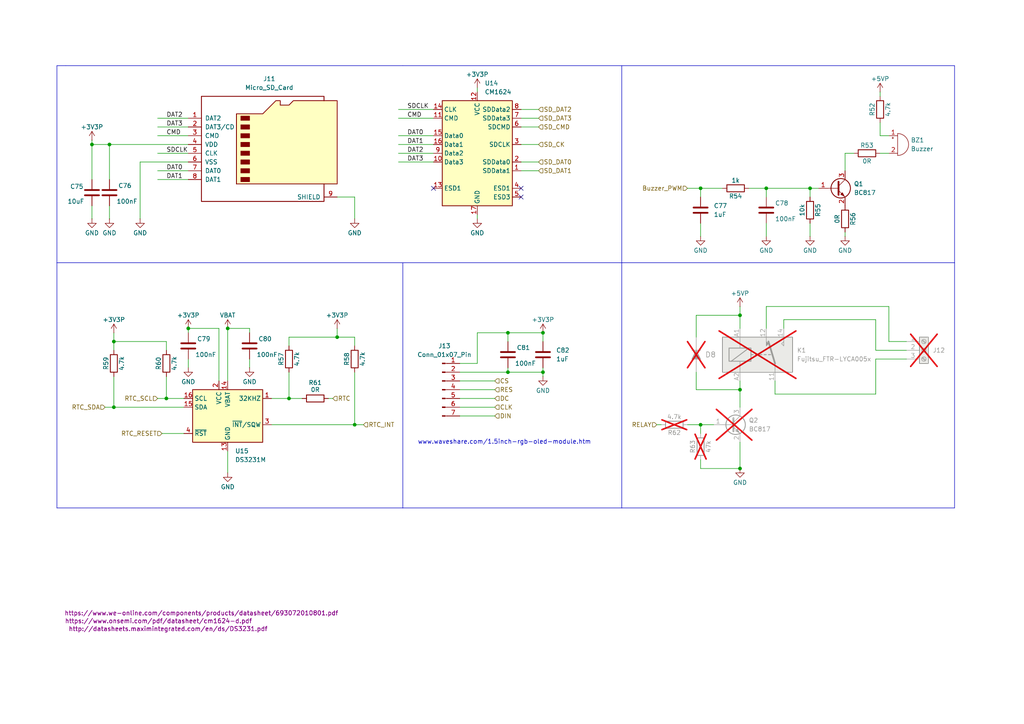
<source format=kicad_sch>
(kicad_sch (version 20250114) (generator "eeschema") (generator_version "9.0")
  (paper "A4")
  (title_block (title "OpenAirScope") (date "2025-09-08") (rev "v0-Draft") (company "E.Mert ÇAKIR"))
  (lib_symbols
    (symbol "Connector:Conn_01x07_Pin" (pin_names (offset 1.016) (hide yes))
      (property "Reference" "J" (at 0 10.16 0))
      (property "Value" "Conn_01x07_Pin" (at 0 -10.16 0))
      (symbol "Conn_01x07_Pin_1_1"
        (rectangle (start 0.8636 7.747) (end 0 7.493) (stroke (width 0.1524)) (fill (type outline)))
        (rectangle (start 0.8636 5.207) (end 0 4.953) (stroke (width 0.1524)) (fill (type outline)))
        (rectangle (start 0.8636 2.667) (end 0 2.413) (stroke (width 0.1524)) (fill (type outline)))
        (rectangle (start 0.8636 0.127) (end 0 -0.127) (stroke (width 0.1524)) (fill (type outline)))
        (rectangle (start 0.8636 -2.413) (end 0 -2.667) (stroke (width 0.1524)) (fill (type outline)))
        (rectangle (start 0.8636 -4.953) (end 0 -5.207) (stroke (width 0.1524)) (fill (type outline)))
        (rectangle (start 0.8636 -7.493) (end 0 -7.747) (stroke (width 0.1524)) (fill (type outline)))
        (polyline (pts (xy 1.27 7.62) (xy 0.8636 7.62)) (stroke (width 0.1524)))
        (polyline (pts (xy 1.27 5.08) (xy 0.8636 5.08)) (stroke (width 0.1524)))
        (polyline (pts (xy 1.27 2.54) (xy 0.8636 2.54)) (stroke (width 0.1524)))
        (polyline (pts (xy 1.27 0) (xy 0.8636 0)) (stroke (width 0.1524)))
        (polyline (pts (xy 1.27 -2.54) (xy 0.8636 -2.54)) (stroke (width 0.1524)))
        (polyline (pts (xy 1.27 -5.08) (xy 0.8636 -5.08)) (stroke (width 0.1524)))
        (polyline (pts (xy 1.27 -7.62) (xy 0.8636 -7.62)) (stroke (width 0.1524)))
        (pin passive line (at 5.08 7.62 180) (length 3.81) (name "Pin_1") (number "1"))
        (pin passive line (at 5.08 5.08 180) (length 3.81) (name "Pin_2") (number "2"))
        (pin passive line (at 5.08 2.54 180) (length 3.81) (name "Pin_3") (number "3"))
        (pin passive line (at 5.08 0 180) (length 3.81) (name "Pin_4") (number "4"))
        (pin passive line (at 5.08 -2.54 180) (length 3.81) (name "Pin_5") (number "5"))
        (pin passive line (at 5.08 -5.08 180) (length 3.81) (name "Pin_6") (number "6"))
        (pin passive line (at 5.08 -7.62 180) (length 3.81) (name "Pin_7") (number "7"))
      )
    )
    (symbol "Connector:Micro_SD_Card" (pin_names (offset 1.016))
      (property "Reference" "J" (at -16.51 15.24 0))
      (property "Value" "Micro_SD_Card" (at 16.51 15.24 0))
      (symbol "Micro_SD_Card_0_1"
        (polyline (pts (xy -8.89 -11.43) (xy -8.89 8.89) (xy -1.27 8.89) (xy 2.54 12.7) (xy 3.81 12.7) (xy 3.81 11.43) (xy 6.35 11.43) (xy 7.62 12.7) (xy 20.32 12.7) (xy 20.32 -11.43) (xy -8.89 -11.43)) (stroke (width 0.254)) (fill (type background)))
        (rectangle (start -7.62 8.255) (end -5.08 6.985) (fill (type outline)))
        (rectangle (start -7.62 5.715) (end -5.08 4.445) (fill (type outline)))
        (rectangle (start -7.62 3.175) (end -5.08 1.905) (fill (type outline)))
        (rectangle (start -7.62 0.635) (end -5.08 -0.635) (fill (type outline)))
        (rectangle (start -7.62 -1.905) (end -5.08 -3.175) (fill (type outline)))
        (rectangle (start -7.62 -4.445) (end -5.08 -5.715) (fill (type outline)))
        (rectangle (start -7.62 -6.985) (end -5.08 -8.255) (fill (type outline)))
        (rectangle (start -7.62 -9.525) (end -5.08 -10.795) (fill (type outline)))
        (polyline (pts (xy 16.51 12.7) (xy 16.51 13.97) (xy -19.05 13.97) (xy -19.05 -16.51) (xy 16.51 -16.51) (xy 16.51 -11.43)) (stroke (width 0.254)))
      )
      (symbol "Micro_SD_Card_1_1"
        (pin bidirectional line (at -22.86 7.62 0) (length 3.81) (name "DAT2") (number "1"))
        (pin bidirectional line (at -22.86 5.08 0) (length 3.81) (name "DAT3/CD") (number "2"))
        (pin input line (at -22.86 2.54 0) (length 3.81) (name "CMD") (number "3"))
        (pin power_in line (at -22.86 0 0) (length 3.81) (name "VDD") (number "4"))
        (pin input line (at -22.86 -2.54 0) (length 3.81) (name "CLK") (number "5"))
        (pin power_in line (at -22.86 -5.08 0) (length 3.81) (name "VSS") (number "6"))
        (pin bidirectional line (at -22.86 -7.62 0) (length 3.81) (name "DAT0") (number "7"))
        (pin bidirectional line (at -22.86 -10.16 0) (length 3.81) (name "DAT1") (number "8"))
        (pin passive line (at 20.32 -15.24 180) (length 3.81) (name "SHIELD") (number "9"))
      )
    )
    (symbol "Connector:Screw_Terminal_01x03" (pin_names (offset 1.016) (hide yes))
      (property "Reference" "J" (at 0 5.08 0))
      (property "Value" "Screw_Terminal_01x03" (at 0 -5.08 0))
      (symbol "Screw_Terminal_01x03_1_1"
        (rectangle (start -1.27 3.81) (end 1.27 -3.81) (stroke (width 0.254)) (fill (type background)))
        (polyline (pts (xy -0.5334 2.8702) (xy 0.3302 2.032)) (stroke (width 0.1524)))
        (polyline (pts (xy -0.5334 0.3302) (xy 0.3302 -0.508)) (stroke (width 0.1524)))
        (polyline (pts (xy -0.5334 -2.2098) (xy 0.3302 -3.048)) (stroke (width 0.1524)))
        (polyline (pts (xy -0.3556 3.048) (xy 0.508 2.2098)) (stroke (width 0.1524)))
        (polyline (pts (xy -0.3556 0.508) (xy 0.508 -0.3302)) (stroke (width 0.1524)))
        (polyline (pts (xy -0.3556 -2.032) (xy 0.508 -2.8702)) (stroke (width 0.1524)))
        (circle (center 0 2.54) (radius 0.635) (stroke (width 0.1524)))
        (circle (center 0 0) (radius 0.635) (stroke (width 0.1524)))
        (circle (center 0 -2.54) (radius 0.635) (stroke (width 0.1524)))
        (pin passive line (at -5.08 2.54 0) (length 3.81) (name "Pin_1") (number "1"))
        (pin passive line (at -5.08 0 0) (length 3.81) (name "Pin_2") (number "2"))
        (pin passive line (at -5.08 -2.54 0) (length 3.81) (name "Pin_3") (number "3"))
      )
    )
    (symbol "Device:Buzzer" (pin_names (offset 0.0254) (hide yes))
      (property "Reference" "BZ" (at 3.81 1.27 0))
      (property "Value" "Buzzer" (at 3.81 -1.27 0))
      (symbol "Buzzer_0_1"
        (polyline (pts (xy -1.651 1.905) (xy -1.143 1.905)))
        (polyline (pts (xy -1.397 2.159) (xy -1.397 1.651)))
        (arc (start 0 3.175) (mid 3.1612 0) (end 0 -3.175))
        (polyline (pts (xy 0 3.175) (xy 0 -3.175)))
      )
      (symbol "Buzzer_1_1"
        (pin passive line (at -2.54 2.54 0) (length 2.54) (name "+") (number "1"))
        (pin passive line (at -2.54 -2.54 0) (length 2.54) (name "-") (number "2"))
      )
    )
    (symbol "Device:C" (pin_numbers (hide yes)) (pin_names (offset 0.254))
      (property "Reference" "C" (at 0.635 2.54 0))
      (property "Value" "C" (at 0.635 -2.54 0))
      (symbol "C_0_1"
        (polyline (pts (xy -2.032 0.762) (xy 2.032 0.762)) (stroke (width 0.508)))
        (polyline (pts (xy -2.032 -0.762) (xy 2.032 -0.762)) (stroke (width 0.508)))
      )
      (symbol "C_1_1"
        (pin passive line (at 0 3.81 270) (length 2.794) (name "~") (number "1"))
        (pin passive line (at 0 -3.81 90) (length 2.794) (name "~") (number "2"))
      )
    )
    (symbol "Device:R" (pin_numbers (hide yes)) (pin_names (offset 0))
      (property "Reference" "R" (at 2.032 0 90))
      (property "Value" "R" (at 0 0 90))
      (symbol "R_0_1"
        (rectangle (start -1.016 -2.54) (end 1.016 2.54) (stroke (width 0.254)))
      )
      (symbol "R_1_1"
        (pin passive line (at 0 3.81 270) (length 1.27) (name "~") (number "1"))
        (pin passive line (at 0 -3.81 90) (length 1.27) (name "~") (number "2"))
      )
    )
    (symbol "Power_Protection:CM1624"
      (property "Reference" "U" (at -5.08 17.78 0))
      (property "Value" "CM1624" (at 5.08 17.78 0))
      (symbol "CM1624_0_1"
        (rectangle (start -10.16 15.24) (end 10.16 -15.24) (stroke (width 0.254)) (fill (type background)))
      )
      (symbol "CM1624_1_1"
        (pin passive line (at -12.7 12.7 0) (length 2.54) (name "CLK") (number "14"))
        (pin passive line (at -12.7 10.16 0) (length 2.54) (name "CMD") (number "11"))
        (pin passive line (at -12.7 5.08 0) (length 2.54) (name "Data0") (number "15"))
        (pin passive line (at -12.7 2.54 0) (length 2.54) (name "Data1") (number "16"))
        (pin passive line (at -12.7 0 0) (length 2.54) (name "Data2") (number "9"))
        (pin passive line (at -12.7 -2.54 0) (length 2.54) (name "Data3") (number "10"))
        (pin passive line (at -12.7 -10.16 0) (length 2.54) (name "ESD1") (number "13"))
        (pin power_in line (at 0 17.78 270) (length 2.54) (name "VCC") (number "12"))
        (pin power_in line (at 0 -17.78 90) (length 2.54) (name "GND") (number "17"))
        (pin passive line (at 12.7 12.7 180) (length 2.54) (name "SDData2") (number "8"))
        (pin passive line (at 12.7 10.16 180) (length 2.54) (name "SDData3") (number "7"))
        (pin passive line (at 12.7 7.62 180) (length 2.54) (name "SDCMD") (number "6"))
        (pin passive line (at 12.7 2.54 180) (length 2.54) (name "SDCLK") (number "3"))
        (pin passive line (at 12.7 -2.54 180) (length 2.54) (name "SDData0") (number "2"))
        (pin passive line (at 12.7 -5.08 180) (length 2.54) (name "SDData1") (number "1"))
        (pin passive line (at 12.7 -10.16 180) (length 2.54) (name "ESD1") (number "4"))
        (pin passive line (at 12.7 -12.7 180) (length 2.54) (name "ESD3") (number "5"))
      )
    )
    (symbol "Relay:Fujitsu_FTR-LYCA005x"
      (property "Reference" "K" (at 11.43 3.81 0))
      (property "Value" "Fujitsu_FTR-LYCA005x" (at 11.43 1.27 0))
      (symbol "Fujitsu_FTR-LYCA005x_0_0"
        (polyline (pts (xy 7.62 5.08) (xy 7.62 2.54) (xy 6.985 3.175) (xy 7.62 3.81)))
      )
      (symbol "Fujitsu_FTR-LYCA005x_0_1"
        (rectangle (start -10.16 5.08) (end 10.16 -5.08) (stroke (width 0.254)) (fill (type background)))
        (rectangle (start -8.255 1.905) (end -1.905 -1.905) (stroke (width 0.254)))
        (polyline (pts (xy -7.62 -1.905) (xy -2.54 1.905)) (stroke (width 0.254)))
        (polyline (pts (xy -5.08 5.08) (xy -5.08 1.905)))
        (polyline (pts (xy -5.08 -5.08) (xy -5.08 -1.905)))
        (polyline (pts (xy -1.905 0) (xy -1.27 0)) (stroke (width 0.254)))
        (polyline (pts (xy -0.635 0) (xy 0 0)) (stroke (width 0.254)))
        (polyline (pts (xy 0.635 0) (xy 1.27 0)) (stroke (width 0.254)))
        (polyline (pts (xy 1.905 0) (xy 2.54 0)) (stroke (width 0.254)))
        (polyline (pts (xy 2.54 5.08) (xy 2.54 2.54) (xy 3.175 3.175) (xy 2.54 3.81)) (fill (type outline)))
        (polyline (pts (xy 3.175 0) (xy 3.81 0)) (stroke (width 0.254)))
        (polyline (pts (xy 5.08 -2.54) (xy 3.175 3.81)) (stroke (width 0.508)))
        (polyline (pts (xy 5.08 -2.54) (xy 5.08 -5.08)))
      )
      (symbol "Fujitsu_FTR-LYCA005x_1_1"
        (pin passive line (at -5.08 7.62 270) (length 2.54) (name "~") (number "A1"))
        (pin passive line (at -5.08 -7.62 90) (length 2.54) (name "~") (number "A2"))
        (pin passive line (at 2.54 7.62 270) (length 2.54) (name "~") (number "12"))
        (pin passive line (at 5.08 -7.62 90) (length 2.54) (name "~") (number "11"))
        (pin passive line (at 7.62 7.62 270) (length 2.54) (name "~") (number "14"))
      )
    )
    (symbol "Timer_RTC:DS3231M"
      (property "Reference" "U" (at -7.62 8.89 0))
      (property "Value" "DS3231M" (at 10.16 8.89 0))
      (symbol "DS3231M_0_1"
        (rectangle (start -10.16 7.62) (end 10.16 -7.62) (stroke (width 0.254)) (fill (type background)))
      )
      (symbol "DS3231M_1_1"
        (pin input line (at -12.7 5.08 0) (length 2.54) (name "SCL") (number "16"))
        (pin bidirectional line (at -12.7 2.54 0) (length 2.54) (name "SDA") (number "15"))
        (pin bidirectional line (at -12.7 -5.08 0) (length 2.54) (name "~{RST}") (number "4"))
        (pin power_in line (at -2.54 10.16 270) (length 2.54) (name "VCC") (number "2"))
        (pin power_in line (at 0 10.16 270) (length 2.54) (name "VBAT") (number "14"))
        (pin passive line (at 0 -10.16 90) (length 2.54) (hide yes) (name "GND") (number "10"))
        (pin passive line (at 0 -10.16 90) (length 2.54) (hide yes) (name "GND") (number "11"))
        (pin passive line (at 0 -10.16 90) (length 2.54) (hide yes) (name "GND") (number "12"))
        (pin power_in line (at 0 -10.16 90) (length 2.54) (name "GND") (number "13"))
        (pin passive line (at 0 -10.16 90) (length 2.54) (hide yes) (name "GND") (number "5"))
        (pin passive line (at 0 -10.16 90) (length 2.54) (hide yes) (name "GND") (number "6"))
        (pin passive line (at 0 -10.16 90) (length 2.54) (hide yes) (name "GND") (number "7"))
        (pin passive line (at 0 -10.16 90) (length 2.54) (hide yes) (name "GND") (number "8"))
        (pin passive line (at 0 -10.16 90) (length 2.54) (hide yes) (name "GND") (number "9"))
        (pin open_collector line (at 12.7 5.08 180) (length 2.54) (name "32KHZ") (number "1"))
        (pin open_collector line (at 12.7 -2.54 180) (length 2.54) (name "~{INT}/SQW") (number "3"))
      )
    )
    (symbol "Transistor_BJT:BC817" (pin_names (offset 0) (hide yes))
      (property "Reference" "Q" (at 5.08 1.905 0))
      (property "Value" "BC817" (at 5.08 0 0))
      (symbol "BC817_0_1"
        (polyline (pts (xy -2.54 0) (xy 0.635 0)))
        (polyline (pts (xy 0.635 1.905) (xy 0.635 -1.905)) (stroke (width 0.508)))
        (circle (center 1.27 0) (radius 2.8194) (stroke (width 0.254)))
      )
      (symbol "BC817_1_1"
        (polyline (pts (xy 0.635 0.635) (xy 2.54 2.54)))
        (polyline (pts (xy 0.635 -0.635) (xy 2.54 -2.54)))
        (polyline (pts (xy 1.27 -1.778) (xy 1.778 -1.27) (xy 2.286 -2.286) (xy 1.27 -1.778)) (fill (type outline)))
        (pin input line (at -5.08 0 0) (length 2.54) (name "B") (number "1"))
        (pin passive line (at 2.54 5.08 270) (length 2.54) (name "C") (number "3"))
        (pin passive line (at 2.54 -5.08 90) (length 2.54) (name "E") (number "2"))
      )
    )
    (symbol "dk_Diodes-Rectifiers-Single:1N4148W-TP" (pin_numbers (hide yes)) (pin_names (offset 0) (hide yes))
      (property "Reference" "D" (at 0 2.54 0))
      (property "Value" "1N4148W-TP" (at 1.27 -2.54 0))
      (symbol "1N4148W-TP_0_1"
        (polyline (pts (xy -1.27 1.27) (xy -1.27 -1.27) (xy 1.27 0) (xy -1.27 1.27)) (fill (type outline)))
        (polyline (pts (xy 1.27 1.27) (xy 1.27 -1.27)))
      )
      (symbol "1N4148W-TP_1_1"
        (pin passive line (at -5.08 0 0) (length 3.81) (name "~") (number "A"))
        (pin passive line (at 5.08 0 180) (length 3.81) (name "~") (number "K"))
      )
    )
    (symbol "power:GND" (power) (pin_numbers (hide yes)) (pin_names (offset 0) (hide yes))
      (property "Value" "GND" (at 0 -3.81 0))
      (symbol "GND_0_1"
        (polyline (pts (xy 0 0) (xy 0 -1.27) (xy 1.27 -1.27) (xy 0 -2.54) (xy -1.27 -1.27) (xy 0 -1.27)))
      )
      (symbol "GND_1_1"
        (pin power_in line (at 0 0 270) (length 0) (name "~") (number "1"))
      )
    )
    (symbol "power:VBUS" (power) (pin_numbers (hide yes)) (pin_names (offset 0) (hide yes))
      (property "Value" "VBUS" (at 0 3.556 0))
      (symbol "VBUS_0_1"
        (polyline (pts (xy -0.762 1.27) (xy 0 2.54)))
        (polyline (pts (xy 0 2.54) (xy 0.762 1.27)))
        (polyline (pts (xy 0 0) (xy 0 2.54)))
      )
      (symbol "VBUS_1_1"
        (pin power_in line (at 0 0 90) (length 0) (name "~") (number "1"))
      )
    )
  )
  (text "\nwww.waveshare.com/1.5inch-rgb-oled-module.htm" (at 146.304 127.254 0) (effects (font (size 1.27 1.27))))
  (junction (at 83.82 115.57))
  (junction (at 234.95 54.61))
  (junction (at 157.48 96.52))
  (junction (at 147.32 96.52))
  (junction (at 33.02 118.11))
  (junction (at 48.26 115.57))
  (junction (at 102.87 123.19))
  (junction (at 203.2 123.19))
  (junction (at 26.67 41.91))
  (junction (at 97.79 97.79))
  (junction (at 203.2 54.61))
  (junction (at 66.04 95.25))
  (junction (at 214.63 113.03))
  (junction (at 214.63 135.89))
  (junction (at 214.63 91.44))
  (junction (at 31.75 41.91))
  (junction (at 222.25 54.61))
  (junction (at 54.61 95.25))
  (junction (at 33.02 99.06))
  (junction (at 157.48 107.95))
  (junction (at 147.32 107.95))
  (no_connect (at 125.73 54.61))
  (no_connect (at 151.13 54.61))
  (no_connect (at 151.13 57.15))
  (wire (pts (xy 199.39 54.61) (xy 203.2 54.61)))
  (wire (pts (xy 222.25 64.77) (xy 222.25 68.58)))
  (wire (pts (xy 115.57 39.37) (xy 125.73 39.37)))
  (wire (pts (xy 214.63 91.44) (xy 214.63 95.25)))
  (polyline (pts (xy 16.51 147.32) (xy 116.84 147.32)))
  (wire (pts (xy 199.39 123.19) (xy 203.2 123.19)))
  (wire (pts (xy 63.5 95.25) (xy 54.61 95.25)))
  (wire (pts (xy 201.93 97.79) (xy 201.93 91.44)))
  (wire (pts (xy 72.39 95.25) (xy 66.04 95.25)))
  (wire (pts (xy 48.26 115.57) (xy 48.26 109.22)))
  (wire (pts (xy 255.27 39.37) (xy 257.81 39.37)))
  (wire (pts (xy 254 104.14) (xy 262.89 104.14)))
  (wire (pts (xy 33.02 99.06) (xy 33.02 101.6)))
  (wire (pts (xy 46.99 125.73) (xy 53.34 125.73)))
  (wire (pts (xy 190.5 123.19) (xy 191.77 123.19)))
  (wire (pts (xy 209.55 54.61) (xy 203.2 54.61)))
  (wire (pts (xy 54.61 104.14) (xy 54.61 106.68)))
  (polyline (pts (xy 19.05 19.05) (xy 116.84 19.05)))
  (wire (pts (xy 115.57 46.99) (xy 125.73 46.99)))
  (wire (pts (xy 95.25 115.57) (xy 96.52 115.57)))
  (wire (pts (xy 203.2 54.61) (xy 203.2 57.15)))
  (wire (pts (xy 203.2 133.35) (xy 203.2 135.89)))
  (wire (pts (xy 45.72 44.45) (xy 54.61 44.45)))
  (wire (pts (xy 45.72 36.83) (xy 54.61 36.83)))
  (wire (pts (xy 33.02 99.06) (xy 33.02 96.52)))
  (wire (pts (xy 257.81 88.9) (xy 257.81 99.06)))
  (wire (pts (xy 255.27 44.45) (xy 257.81 44.45)))
  (wire (pts (xy 255.27 26.67) (xy 255.27 27.94)))
  (wire (pts (xy 26.67 40.64) (xy 26.67 41.91)))
  (wire (pts (xy 33.02 118.11) (xy 33.02 109.22)))
  (wire (pts (xy 87.63 115.57) (xy 83.82 115.57)))
  (wire (pts (xy 133.35 110.49) (xy 143.51 110.49)))
  (wire (pts (xy 254 101.6) (xy 262.89 101.6)))
  (wire (pts (xy 138.43 96.52) (xy 147.32 96.52)))
  (polyline (pts (xy 180.34 76.2) (xy 276.86 76.2)))
  (wire (pts (xy 234.95 54.61) (xy 237.49 54.61)))
  (wire (pts (xy 66.04 130.81) (xy 66.04 137.16)))
  (wire (pts (xy 115.57 31.75) (xy 125.73 31.75)))
  (wire (pts (xy 102.87 97.79) (xy 97.79 97.79)))
  (wire (pts (xy 151.13 41.91) (xy 156.21 41.91)))
  (polyline (pts (xy 16.51 76.2) (xy 16.51 147.32)))
  (wire (pts (xy 83.82 100.33) (xy 83.82 97.79)))
  (wire (pts (xy 257.81 99.06) (xy 262.89 99.06)))
  (polyline (pts (xy 180.34 76.2) (xy 116.84 76.2)))
  (polyline (pts (xy 180.34 147.32) (xy 180.34 76.2)))
  (wire (pts (xy 102.87 100.33) (xy 102.87 97.79)))
  (wire (pts (xy 151.13 34.29) (xy 156.21 34.29)))
  (wire (pts (xy 247.65 44.45) (xy 245.11 44.45)))
  (polyline (pts (xy 116.84 19.05) (xy 180.34 19.05)))
  (polyline (pts (xy 16.51 19.05) (xy 19.05 19.05)))
  (wire (pts (xy 97.79 57.15) (xy 102.87 57.15)))
  (wire (pts (xy 147.32 106.68) (xy 147.32 107.95)))
  (wire (pts (xy 30.48 118.11) (xy 33.02 118.11)))
  (wire (pts (xy 40.64 46.99) (xy 40.64 63.5)))
  (wire (pts (xy 78.74 115.57) (xy 83.82 115.57)))
  (wire (pts (xy 102.87 123.19) (xy 105.41 123.19)))
  (wire (pts (xy 203.2 135.89) (xy 214.63 135.89)))
  (wire (pts (xy 203.2 123.19) (xy 207.01 123.19)))
  (wire (pts (xy 83.82 97.79) (xy 97.79 97.79)))
  (polyline (pts (xy 276.86 19.05) (xy 180.34 19.05)))
  (wire (pts (xy 31.75 52.07) (xy 31.75 41.91)))
  (wire (pts (xy 78.74 123.19) (xy 102.87 123.19)))
  (wire (pts (xy 151.13 49.53) (xy 156.21 49.53)))
  (wire (pts (xy 133.35 105.41) (xy 138.43 105.41)))
  (wire (pts (xy 214.63 113.03) (xy 214.63 118.11)))
  (wire (pts (xy 224.79 110.49) (xy 224.79 114.3)))
  (wire (pts (xy 224.79 114.3) (xy 254 114.3)))
  (wire (pts (xy 254 114.3) (xy 254 104.14)))
  (wire (pts (xy 48.26 101.6) (xy 48.26 99.06)))
  (wire (pts (xy 45.72 34.29) (xy 54.61 34.29)))
  (wire (pts (xy 147.32 107.95) (xy 157.48 107.95)))
  (wire (pts (xy 133.35 113.03) (xy 143.51 113.03)))
  (wire (pts (xy 254 92.71) (xy 254 101.6)))
  (wire (pts (xy 217.17 54.61) (xy 222.25 54.61)))
  (wire (pts (xy 157.48 107.95) (xy 157.48 109.22)))
  (wire (pts (xy 151.13 36.83) (xy 156.21 36.83)))
  (wire (pts (xy 222.25 95.25) (xy 222.25 88.9)))
  (polyline (pts (xy 180.34 19.05) (xy 180.34 76.2)))
  (wire (pts (xy 102.87 123.19) (xy 102.87 107.95)))
  (wire (pts (xy 45.72 115.57) (xy 48.26 115.57)))
  (polyline (pts (xy 116.84 76.2) (xy 16.51 76.2)))
  (wire (pts (xy 45.72 39.37) (xy 54.61 39.37)))
  (wire (pts (xy 245.11 67.31) (xy 245.11 68.58)))
  (wire (pts (xy 138.43 25.4) (xy 138.43 26.67)))
  (wire (pts (xy 222.25 54.61) (xy 222.25 57.15)))
  (wire (pts (xy 31.75 41.91) (xy 54.61 41.91)))
  (wire (pts (xy 63.5 110.49) (xy 63.5 95.25)))
  (wire (pts (xy 138.43 62.23) (xy 138.43 63.5)))
  (wire (pts (xy 133.35 120.65) (xy 143.51 120.65)))
  (polyline (pts (xy 276.86 76.2) (xy 276.86 19.05)))
  (polyline (pts (xy 276.86 76.2) (xy 276.86 147.32)))
  (wire (pts (xy 227.33 95.25) (xy 227.33 92.71)))
  (wire (pts (xy 54.61 46.99) (xy 40.64 46.99)))
  (wire (pts (xy 115.57 34.29) (xy 125.73 34.29)))
  (wire (pts (xy 133.35 118.11) (xy 143.51 118.11)))
  (wire (pts (xy 203.2 123.19) (xy 203.2 125.73)))
  (wire (pts (xy 151.13 31.75) (xy 156.21 31.75)))
  (wire (pts (xy 157.48 96.52) (xy 157.48 99.06)))
  (wire (pts (xy 222.25 54.61) (xy 234.95 54.61)))
  (wire (pts (xy 138.43 105.41) (xy 138.43 96.52)))
  (wire (pts (xy 201.93 113.03) (xy 214.63 113.03)))
  (wire (pts (xy 147.32 96.52) (xy 157.48 96.52)))
  (wire (pts (xy 245.11 44.45) (xy 245.11 49.53)))
  (wire (pts (xy 45.72 49.53) (xy 54.61 49.53)))
  (wire (pts (xy 151.13 46.99) (xy 156.21 46.99)))
  (wire (pts (xy 157.48 107.95) (xy 157.48 106.68)))
  (wire (pts (xy 53.34 115.57) (xy 48.26 115.57)))
  (polyline (pts (xy 16.51 76.2) (xy 16.51 19.05)))
  (wire (pts (xy 234.95 64.77) (xy 234.95 68.58)))
  (wire (pts (xy 255.27 35.56) (xy 255.27 39.37)))
  (wire (pts (xy 83.82 115.57) (xy 83.82 107.95)))
  (wire (pts (xy 201.93 91.44) (xy 214.63 91.44)))
  (wire (pts (xy 102.87 57.15) (xy 102.87 63.5)))
  (wire (pts (xy 214.63 128.27) (xy 214.63 135.89)))
  (wire (pts (xy 133.35 107.95) (xy 147.32 107.95)))
  (wire (pts (xy 214.63 110.49) (xy 214.63 113.03)))
  (wire (pts (xy 97.79 97.79) (xy 97.79 95.25)))
  (wire (pts (xy 147.32 96.52) (xy 147.32 99.06)))
  (wire (pts (xy 201.93 107.95) (xy 201.93 113.03)))
  (wire (pts (xy 214.63 88.9) (xy 214.63 91.44)))
  (polyline (pts (xy 116.84 147.32) (xy 180.34 147.32)))
  (wire (pts (xy 53.34 118.11) (xy 33.02 118.11)))
  (wire (pts (xy 72.39 104.14) (xy 72.39 106.68)))
  (wire (pts (xy 26.67 52.07) (xy 26.67 41.91)))
  (wire (pts (xy 26.67 59.69) (xy 26.67 63.5)))
  (polyline (pts (xy 276.86 147.32) (xy 180.34 147.32)))
  (wire (pts (xy 227.33 92.71) (xy 254 92.71)))
  (wire (pts (xy 115.57 44.45) (xy 125.73 44.45)))
  (wire (pts (xy 66.04 95.25) (xy 66.04 110.49)))
  (wire (pts (xy 222.25 88.9) (xy 257.81 88.9)))
  (wire (pts (xy 31.75 59.69) (xy 31.75 63.5)))
  (polyline (pts (xy 116.84 147.32) (xy 116.84 76.2)))
  (wire (pts (xy 115.57 41.91) (xy 125.73 41.91)))
  (wire (pts (xy 54.61 95.25) (xy 54.61 96.52)))
  (wire (pts (xy 234.95 54.61) (xy 234.95 57.15)))
  (wire (pts (xy 45.72 52.07) (xy 54.61 52.07)))
  (wire (pts (xy 133.35 115.57) (xy 143.51 115.57)))
  (wire (pts (xy 48.26 99.06) (xy 33.02 99.06)))
  (wire (pts (xy 203.2 64.77) (xy 203.2 68.58)))
  (wire (pts (xy 72.39 96.52) (xy 72.39 95.25)))
  (wire (pts (xy 26.67 41.91) (xy 31.75 41.91)))
  (label "DAT0" (at 48.26 49.53 0))
  (label "CMD" (at 48.26 39.37 0))
  (label "SDCLK" (at 118.11 31.75 0))
  (label "DAT0" (at 118.11 39.37 0))
  (label "DAT3" (at 48.26 36.83 0))
  (label "SDCLK" (at 48.26 44.45 0))
  (label "DAT3" (at 118.11 46.99 0))
  (label "DAT2" (at 118.11 44.45 0))
  (label "DAT2" (at 48.26 34.29 0))
  (label "CMD" (at 118.11 34.29 0))
  (label "DAT1" (at 118.11 41.91 0))
  (label "DAT1" (at 48.26 52.07 0))
  (hierarchical_label "RTC_INT" (shape input) (at 105.41 123.19 0))
  (hierarchical_label "RELAY" (shape input) (at 190.5 123.19 180))
  (hierarchical_label "SD_DAT2" (shape input) (at 156.21 31.75 0))
  (hierarchical_label "SD_DAT0" (shape input) (at 156.21 46.99 0))
  (hierarchical_label "RTC" (shape input) (at 96.52 115.57 0))
  (hierarchical_label "DIN" (shape input) (at 143.51 120.65 0))
  (hierarchical_label "CLK" (shape input) (at 143.51 118.11 0))
  (hierarchical_label "RES" (shape input) (at 143.51 113.03 0))
  (hierarchical_label "SD_CMD" (shape input) (at 156.21 36.83 0))
  (hierarchical_label "SD_DAT1" (shape input) (at 156.21 49.53 0))
  (hierarchical_label "RTC_SDA" (shape input) (at 30.48 118.11 180))
  (hierarchical_label "RTC_RESET" (shape input) (at 46.99 125.73 180))
  (hierarchical_label "Buzzer_PWM" (shape input) (at 199.39 54.61 180))
  (hierarchical_label "DC" (shape input) (at 143.51 115.57 0))
  (hierarchical_label "CS" (shape input) (at 143.51 110.49 0))
  (hierarchical_label "RTC_SCL" (shape input) (at 45.72 115.57 180))
  (hierarchical_label "SD_CK" (shape input) (at 156.21 41.91 0))
  (hierarchical_label "SD_DAT3" (shape input) (at 156.21 34.29 0))
  (symbol (lib_id "Device:R") (at 213.36 54.61 270) (unit 1)
    (property "Reference" "R54" (at 213.36 56.896 90))
    (property "Value" "1k" (at 213.36 52.324 90))
    (property "Footprint" "Resistor_SMD:R_0603_1608Metric" (effects (hide yes)))
    (property "Description" "Resistor" (effects (hide yes)))
  )
  (symbol (lib_id "Device:R") (at 33.02 105.41 180) (unit 1)
    (property "Reference" "R59" (at 30.734 105.41 90))
    (property "Value" "4.7k" (at 35.306 105.41 90))
    (property "Footprint" "Resistor_SMD:R_0603_1608Metric" (effects (hide yes)))
    (property "Description" "Resistor" (effects (hide yes)))
  )
  (symbol (lib_id "power:VBUS") (at 54.61 95.25 0) (unit 1)
    (property "Reference" "#PWR0145" (effects (hide yes)))
    (property "Value" "+3V3P" (at 54.61 91.44 0))
    (property "Description" "Power symbol creates a global label with name \"VBUS\"" (effects (hide yes)))
  )
  (symbol (lib_id "dk_Diodes-Rectifiers-Single:1N4148W-TP") (at 201.93 102.87 90) (unit 1) (exclude_from_sim yes) (in_bom no) (on_board no) (dnp yes)
    (property "Reference" "D8" (at 204.47 102.8699 90) (effects (font (size 1.524 1.524)) (justify right)))
    (property "Value" "1N4148W-TP" (effects (hide yes)))
    (property "Footprint" "digikey-footprints:SOD-123" (effects (hide yes)))
    (property "Datasheet" "https://www.mccsemi.com/pdf/Products/1N4148W(SOD123).pdf" (effects (hide yes)))
    (property "Description" "DIODE GEN PURP 100V 150MA SOD123" (effects (hide yes)))
    (property "Digi-Key_PN" "1N4148WTPMSCT-ND" (effects (hide yes)))
    (property "MPN" "1N4148W-TP" (effects (hide yes)))
    (property "Category" "Discrete Semiconductor Products" (effects (hide yes)))
    (property "Family" "Diodes - Rectifiers - Single" (effects (hide yes)))
    (property "DK_Datasheet_Link" "https://www.mccsemi.com/pdf/Products/1N4148W(SOD123).pdf" (effects (hide yes)))
    (property "DK_Detail_Page" "/product-detail/en/micro-commercial-co/1N4148W-TP/1N4148WTPMSCT-ND/717311" (effects (hide yes)))
    (property "Description_1" "DIODE GEN PURP 100V 150MA SOD123" (effects (hide yes)))
    (property "Manufacturer" "Micro Commercial Co" (effects (hide yes)))
    (property "Status" "Active" (effects (hide yes)))
  )
  (symbol (lib_id "Connector:Conn_01x07_Pin") (at 128.27 113.03 0) (unit 1)
    (property "Reference" "J13" (at 128.905 100.33 0))
    (property "Value" "Conn_01x07_Pin" (at 128.905 102.87 0))
    (property "Footprint" "Connector_PinHeader_2.54mm:PinHeader_1x07_P2.54mm_Vertical" (effects (hide yes)))
    (property "Description" "Generic connector, single row, 01x07, script generated" (effects (hide yes)))
  )
  (symbol (lib_id "power:GND") (at 157.48 109.22 0) (unit 1)
    (property "Reference" "#PWR0152" (effects (hide yes)))
    (property "Value" "GND" (at 157.48 113.284 0))
    (property "Description" "Power symbol creates a global label with name \"GND\" , ground" (effects (hide yes)))
  )
  (symbol (lib_id "power:GND") (at 222.25 68.58 0) (unit 1)
    (property "Reference" "#PWR0141" (effects (hide yes)))
    (property "Value" "GND" (at 222.25 72.644 0))
    (property "Description" "Power symbol creates a global label with name \"GND\" , ground" (effects (hide yes)))
  )
  (symbol (lib_id "Transistor_BJT:BC817") (at 242.57 54.61 0) (unit 1)
    (property "Reference" "Q1" (at 247.65 53.3399 0) (effects (justify left)))
    (property "Value" "BC817" (at 247.65 55.8799 0) (effects (justify left)))
    (property "Footprint" "Package_TO_SOT_SMD:SOT-23" (effects (hide yes)))
    (property "Datasheet" "https://www.onsemi.com/pub/Collateral/BC818-D.pdf" (effects (hide yes)))
    (property "Description" "0.8A Ic, 45V Vce, NPN Transistor, SOT-23" (effects (hide yes)))
  )
  (symbol (lib_id "Device:C") (at 31.75 55.88 0) (unit 1)
    (property "Reference" "C76" (at 34.29 53.848 0) (effects (justify left)))
    (property "Value" "100nF" (at 33.782 58.42 0) (effects (justify left)))
    (property "Footprint" "Capacitor_SMD:C_0603_1608Metric" (effects (hide yes)))
    (property "Description" "Unpolarized capacitor" (effects (hide yes)))
  )
  (symbol (lib_id "power:GND") (at 138.43 63.5 0) (unit 1)
    (property "Reference" "#PWR0139" (effects (hide yes)))
    (property "Value" "GND" (at 138.43 67.564 0))
    (property "Description" "Power symbol creates a global label with name \"GND\" , ground" (effects (hide yes)))
  )
  (symbol (lib_id "Device:R") (at 48.26 105.41 180) (unit 1)
    (property "Reference" "R60" (at 45.974 105.41 90))
    (property "Value" "4.7k" (at 50.546 105.41 90))
    (property "Footprint" "Resistor_SMD:R_0603_1608Metric" (effects (hide yes)))
    (property "Description" "Resistor" (effects (hide yes)))
  )
  (symbol (lib_id "power:GND") (at 66.04 137.16 0) (unit 1)
    (property "Reference" "#PWR0154" (effects (hide yes)))
    (property "Value" "GND" (at 66.04 141.224 0))
    (property "Description" "Power symbol creates a global label with name \"GND\" , ground" (effects (hide yes)))
  )
  (symbol (lib_id "power:VBUS") (at 26.67 40.64 0) (unit 1)
    (property "Reference" "#PWR0134" (effects (hide yes)))
    (property "Value" "+3V3P" (at 26.67 36.83 0))
    (property "Description" "Power symbol creates a global label with name \"VBUS\"" (effects (hide yes)))
  )
  (symbol (lib_id "Device:R") (at 91.44 115.57 90) (unit 1)
    (property "Reference" "R61" (at 91.44 110.998 90))
    (property "Value" "0R" (at 91.44 113.03 90))
    (property "Footprint" "Resistor_SMD:R_0603_1608Metric" (effects (hide yes)))
    (property "Description" "Resistor" (effects (hide yes)))
  )
  (symbol (lib_id "power:VBUS") (at 138.43 25.4 0) (unit 1)
    (property "Reference" "#PWR048" (effects (hide yes)))
    (property "Value" "+3V3P" (at 138.43 21.59 0))
    (property "Description" "Power symbol creates a global label with name \"VBUS\"" (effects (hide yes)))
  )
  (symbol (lib_id "Timer_RTC:DS3231M") (at 66.04 120.65 0) (unit 1)
    (property "Reference" "U15" (at 68.1833 130.81 0) (effects (justify left)))
    (property "Value" "DS3231M" (at 68.1833 133.35 0) (effects (justify left)))
    (property "Footprint" "Package_SO:SOIC-16W_7.5x10.3mm_P1.27mm" (effects (hide yes)))
    (property "Datasheet" "http://datasheets.maximintegrated.com/en/ds/DS3231.pdf" (at 48.768 182.372 0))
    (property "Description" "Extremely Accurate I2C-Integrated RTC/TCXO/Crystal SOIC-16" (effects (hide yes)))
  )
  (symbol (lib_id "Connector:Micro_SD_Card") (at 77.47 41.91 0) (unit 1)
    (property "Reference" "J11" (at 78.105 22.86 0))
    (property "Value" "Micro_SD_Card" (at 78.105 25.4 0))
    (property "Footprint" "Connector_Card:microSD_HC_Wuerth_693072010801" (effects (hide yes)))
    (property "Datasheet" "https://www.we-online.com/components/products/datasheet/693072010801.pdf" (at 58.42 177.8 0))
    (property "Description" "Micro SD Card Socket" (effects (hide yes)))
  )
  (symbol (lib_id "power:GND") (at 72.39 106.68 0) (unit 1)
    (property "Reference" "#PWR0151" (effects (hide yes)))
    (property "Value" "GND" (at 72.39 110.744 0))
    (property "Description" "Power symbol creates a global label with name \"GND\" , ground" (effects (hide yes)))
  )
  (symbol (lib_id "Connector:Screw_Terminal_01x03") (at 267.97 101.6 0) (unit 1) (exclude_from_sim yes) (in_bom no) (on_board no) (dnp yes)
    (property "Reference" "J12" (at 270.51 101.5999 0) (effects (justify left)))
    (property "Value" "Screw_Terminal_01x03" (effects (hide yes)))
    (property "Footprint" "TerminalBlock_MetzConnect:TerminalBlock_MetzConnect_Type059_RT06303HBWC_1x03_P3.50mm_Horizontal" (effects (hide yes)))
    (property "Description" "Generic screw terminal, single row, 01x03, script generated (kicad-library-utils/schlib/autogen/connector/)" (effects (hide yes)))
  )
  (symbol (lib_id "Device:R") (at 102.87 104.14 180) (unit 1)
    (property "Reference" "R58" (at 100.584 104.14 90))
    (property "Value" "4.7k" (at 105.156 104.14 90))
    (property "Footprint" "Resistor_SMD:R_0603_1608Metric" (effects (hide yes)))
    (property "Description" "Resistor" (effects (hide yes)))
  )
  (symbol (lib_id "Device:C") (at 222.25 60.96 0) (unit 1)
    (property "Reference" "C78" (at 224.79 58.928 0) (effects (justify left)))
    (property "Value" "100nF" (at 224.79 63.5 0) (effects (justify left)))
    (property "Footprint" "Capacitor_SMD:C_0603_1608Metric" (effects (hide yes)))
    (property "Description" "Unpolarized capacitor" (effects (hide yes)))
  )
  (symbol (lib_id "power:GND") (at 54.61 106.68 0) (unit 1)
    (property "Reference" "#PWR0150" (effects (hide yes)))
    (property "Value" "GND" (at 54.61 110.744 0))
    (property "Description" "Power symbol creates a global label with name \"GND\" , ground" (effects (hide yes)))
  )
  (symbol (lib_id "Device:R") (at 234.95 60.96 0) (unit 1)
    (property "Reference" "R55" (at 237.236 60.96 90))
    (property "Value" "10k" (at 232.664 60.96 90))
    (property "Footprint" "Resistor_SMD:R_0603_1608Metric" (effects (hide yes)))
    (property "Description" "Resistor" (effects (hide yes)))
  )
  (symbol (lib_id "Relay:Fujitsu_FTR-LYCA005x") (at 219.71 102.87 0) (unit 1) (exclude_from_sim yes) (in_bom no) (on_board no) (dnp yes)
    (property "Reference" "K1" (at 231.14 101.5999 0) (effects (justify left)))
    (property "Value" "Fujitsu_FTR-LYCA005x" (at 231.14 104.1399 0) (effects (justify left)))
    (property "Footprint" "Relay_THT:Relay_SPDT_Fujitsu_FTR-LYCA005x_FormC_Vertical" (effects (hide yes)))
    (property "Datasheet" "https://www.fujitsu.com/sg/imagesgig5/ftr-ly.pdf" (effects (hide yes)))
    (property "Description" "Relay, SPDT Form C, vertical mount, 5-60V coil, 6A, 250VAC, 28 x 5 x 15mm" (effects (hide yes)))
  )
  (symbol (lib_id "power:GND") (at 26.67 63.5 0) (unit 1)
    (property "Reference" "#PWR0135" (effects (hide yes)))
    (property "Value" "GND" (at 26.67 67.564 0))
    (property "Description" "Power symbol creates a global label with name \"GND\" , ground" (effects (hide yes)))
  )
  (symbol (lib_id "Device:R") (at 251.46 44.45 90) (unit 1)
    (property "Reference" "R53" (at 251.46 42.164 90))
    (property "Value" "0R" (at 251.46 46.736 90))
    (property "Footprint" "Resistor_SMD:R_0603_1608Metric" (effects (hide yes)))
    (property "Description" "Resistor" (effects (hide yes)))
  )
  (symbol (lib_id "Device:R") (at 203.2 129.54 180) (unit 1) (exclude_from_sim yes) (in_bom no) (on_board no) (dnp yes)
    (property "Reference" "R63" (at 200.914 129.54 90))
    (property "Value" "47k" (at 205.486 129.54 90))
    (property "Footprint" "Resistor_SMD:R_0603_1608Metric" (effects (hide yes)))
    (property "Description" "Resistor" (effects (hide yes)))
  )
  (symbol (lib_id "power:GND") (at 203.2 68.58 0) (unit 1)
    (property "Reference" "#PWR0140" (effects (hide yes)))
    (property "Value" "GND" (at 203.2 72.644 0))
    (property "Description" "Power symbol creates a global label with name \"GND\" , ground" (effects (hide yes)))
  )
  (symbol (lib_id "Transistor_BJT:BC817") (at 212.09 123.19 0) (unit 1) (exclude_from_sim yes) (in_bom no) (on_board no) (dnp yes)
    (property "Reference" "Q2" (at 217.17 121.9199 0) (effects (justify left)))
    (property "Value" "BC817" (at 217.17 124.4599 0) (effects (justify left)))
    (property "Footprint" "Package_TO_SOT_SMD:SOT-23" (effects (hide yes)))
    (property "Datasheet" "https://www.onsemi.com/pub/Collateral/BC818-D.pdf" (effects (hide yes)))
    (property "Description" "0.8A Ic, 45V Vce, NPN Transistor, SOT-23" (effects (hide yes)))
  )
  (symbol (lib_id "Power_Protection:CM1624") (at 138.43 44.45 0) (unit 1)
    (property "Reference" "U14" (at 140.5733 24.13 0) (effects (justify left)))
    (property "Value" "CM1624" (at 140.5733 26.67 0) (effects (justify left)))
    (property "Footprint" "Package_DFN_QFN:OnSemi_UDFN-16-1EP_1.35x3.3mm_P0.4mm_EP0.4x2.8mm" (effects (hide yes)))
    (property "Datasheet" "https://www.onsemi.com/pdf/datasheet/cm1624-d.pdf" (at 45.974 180.086 0))
    (property "Description" "MMC interface, EMI filter, TVS, Line termination, UDFN-16" (effects (hide yes)))
  )
  (symbol (lib_id "power:VBUS") (at 214.63 88.9 0) (unit 1)
    (property "Reference" "#PWR0144" (effects (hide yes)))
    (property "Value" "+5VP" (at 214.63 85.09 0))
    (property "Description" "Power symbol creates a global label with name \"VBUS\"" (effects (hide yes)))
  )
  (symbol (lib_id "power:GND") (at 245.11 68.58 0) (unit 1)
    (property "Reference" "#PWR0143" (effects (hide yes)))
    (property "Value" "GND" (at 245.11 72.644 0))
    (property "Description" "Power symbol creates a global label with name \"GND\" , ground" (effects (hide yes)))
  )
  (symbol (lib_id "Device:C") (at 147.32 102.87 0) (unit 1)
    (property "Reference" "C81" (at 149.86 100.838 0) (effects (justify left)))
    (property "Value" "100nF" (at 149.352 105.41 0) (effects (justify left)))
    (property "Footprint" "Capacitor_SMD:C_0603_1608Metric" (effects (hide yes)))
    (property "Description" "Unpolarized capacitor" (effects (hide yes)))
  )
  (symbol (lib_id "power:GND") (at 31.75 63.5 0) (unit 1)
    (property "Reference" "#PWR0136" (effects (hide yes)))
    (property "Value" "GND" (at 31.75 67.564 0))
    (property "Description" "Power symbol creates a global label with name \"GND\" , ground" (effects (hide yes)))
  )
  (symbol (lib_id "power:GND") (at 234.95 68.58 0) (unit 1)
    (property "Reference" "#PWR0142" (effects (hide yes)))
    (property "Value" "GND" (at 234.95 72.644 0))
    (property "Description" "Power symbol creates a global label with name \"GND\" , ground" (effects (hide yes)))
  )
  (symbol (lib_id "Device:R") (at 255.27 31.75 180) (unit 1)
    (property "Reference" "R52" (at 252.984 31.75 90))
    (property "Value" "4.7k" (at 257.556 31.75 90))
    (property "Footprint" "Resistor_SMD:R_0603_1608Metric" (effects (hide yes)))
    (property "Description" "Resistor" (effects (hide yes)))
  )
  (symbol (lib_id "Device:C") (at 54.61 100.33 0) (unit 1)
    (property "Reference" "C79" (at 57.15 98.298 0) (effects (justify left)))
    (property "Value" "100nF" (at 56.642 102.87 0) (effects (justify left)))
    (property "Footprint" "Capacitor_SMD:C_0603_1608Metric" (effects (hide yes)))
    (property "Description" "Unpolarized capacitor" (effects (hide yes)))
  )
  (symbol (lib_id "Device:R") (at 195.58 123.19 270) (unit 1) (exclude_from_sim yes) (in_bom no) (on_board no) (dnp yes)
    (property "Reference" "R62" (at 195.58 125.476 90))
    (property "Value" "4.7k" (at 195.58 120.904 90))
    (property "Footprint" "Resistor_SMD:R_0603_1608Metric" (effects (hide yes)))
    (property "Description" "Resistor" (effects (hide yes)))
  )
  (symbol (lib_id "Device:C") (at 157.48 102.87 0) (unit 1)
    (property "Reference" "C82" (at 161.29 101.5999 0) (effects (justify left)))
    (property "Value" "1uF" (at 161.29 104.1399 0) (effects (justify left)))
    (property "Footprint" "Capacitor_SMD:C_1206_3216Metric" (effects (hide yes)))
    (property "Description" "Unpolarized capacitor" (effects (hide yes)))
  )
  (symbol (lib_id "Device:Buzzer") (at 260.35 41.91 0) (unit 1)
    (property "Reference" "BZ1" (at 264.16 40.6399 0) (effects (justify left)))
    (property "Value" "Buzzer" (at 264.16 43.1799 0) (effects (justify left)))
    (property "Footprint" "Buzzer_Beeper:MagneticBuzzer_ProSignal_ABT-410-RC" (effects (hide yes)))
    (property "Description" "Buzzer, polarized" (effects (hide yes)))
  )
  (symbol (lib_id "power:VBUS") (at 157.48 96.52 0) (unit 1)
    (property "Reference" "#PWR0149" (effects (hide yes)))
    (property "Value" "+3V3P" (at 157.48 92.71 0))
    (property "Description" "Power symbol creates a global label with name \"VBUS\"" (effects (hide yes)))
  )
  (symbol (lib_id "power:VBUS") (at 97.79 95.25 0) (unit 1)
    (property "Reference" "#PWR0147" (effects (hide yes)))
    (property "Value" "+3V3P" (at 97.79 91.44 0))
    (property "Description" "Power symbol creates a global label with name \"VBUS\"" (effects (hide yes)))
  )
  (symbol (lib_id "power:VBUS") (at 66.04 95.25 0) (unit 1)
    (property "Reference" "#PWR0146" (effects (hide yes)))
    (property "Value" "VBAT" (at 66.04 91.44 0))
    (property "Description" "Power symbol creates a global label with name \"VBUS\"" (effects (hide yes)))
  )
  (symbol (lib_id "power:VBUS") (at 33.02 96.52 0) (unit 1)
    (property "Reference" "#PWR0148" (effects (hide yes)))
    (property "Value" "+3V3P" (at 33.02 92.71 0))
    (property "Description" "Power symbol creates a global label with name \"VBUS\"" (effects (hide yes)))
  )
  (symbol (lib_id "Device:C") (at 72.39 100.33 0) (unit 1)
    (property "Reference" "C80" (at 74.93 98.298 0) (effects (justify left)))
    (property "Value" "100nF" (at 74.422 102.87 0) (effects (justify left)))
    (property "Footprint" "Capacitor_SMD:C_0603_1608Metric" (effects (hide yes)))
    (property "Description" "Unpolarized capacitor" (effects (hide yes)))
  )
  (symbol (lib_id "Device:C") (at 26.67 55.88 0) (unit 1)
    (property "Reference" "C75" (at 20.32 54.102 0) (effects (justify left)))
    (property "Value" "10uF" (at 19.558 58.42 0) (effects (justify left)))
    (property "Footprint" "Capacitor_SMD:C_0603_1608Metric" (effects (hide yes)))
    (property "Description" "Unpolarized capacitor" (effects (hide yes)))
  )
  (symbol (lib_id "Device:C") (at 203.2 60.96 0) (unit 1)
    (property "Reference" "C77" (at 207.01 59.6899 0) (effects (justify left)))
    (property "Value" "1uF" (at 207.01 62.2299 0) (effects (justify left)))
    (property "Footprint" "Capacitor_SMD:C_1206_3216Metric" (effects (hide yes)))
    (property "Description" "Unpolarized capacitor" (effects (hide yes)))
  )
  (symbol (lib_id "power:GND") (at 102.87 63.5 0) (unit 1)
    (property "Reference" "#PWR0138" (effects (hide yes)))
    (property "Value" "GND" (at 102.87 67.564 0))
    (property "Description" "Power symbol creates a global label with name \"GND\" , ground" (effects (hide yes)))
  )
  (symbol (lib_id "power:GND") (at 214.63 135.89 0) (unit 1)
    (property "Reference" "#PWR0153" (effects (hide yes)))
    (property "Value" "GND" (at 214.63 139.954 0))
    (property "Description" "Power symbol creates a global label with name \"GND\" , ground" (effects (hide yes)))
  )
  (symbol (lib_id "power:GND") (at 40.64 63.5 0) (unit 1)
    (property "Reference" "#PWR0137" (effects (hide yes)))
    (property "Value" "GND" (at 40.64 67.564 0))
    (property "Description" "Power symbol creates a global label with name \"GND\" , ground" (effects (hide yes)))
  )
  (symbol (lib_id "Device:R") (at 245.11 63.5 0) (unit 1)
    (property "Reference" "R56" (at 247.396 63.5 90))
    (property "Value" "0R" (at 242.824 63.5 90))
    (property "Footprint" "Resistor_SMD:R_0603_1608Metric" (effects (hide yes)))
    (property "Description" "Resistor" (effects (hide yes)))
  )
  (symbol (lib_id "Device:R") (at 83.82 104.14 180) (unit 1)
    (property "Reference" "R57" (at 81.534 104.14 90))
    (property "Value" "4.7k" (at 86.106 104.14 90))
    (property "Footprint" "Resistor_SMD:R_0603_1608Metric" (effects (hide yes)))
    (property "Description" "Resistor" (effects (hide yes)))
  )
  (symbol (lib_id "power:VBUS") (at 255.27 26.67 0) (unit 1)
    (property "Reference" "#PWR0133" (effects (hide yes)))
    (property "Value" "+5VP" (at 255.27 22.86 0))
    (property "Description" "Power symbol creates a global label with name \"VBUS\"" (effects (hide yes)))
  )
)
</source>
